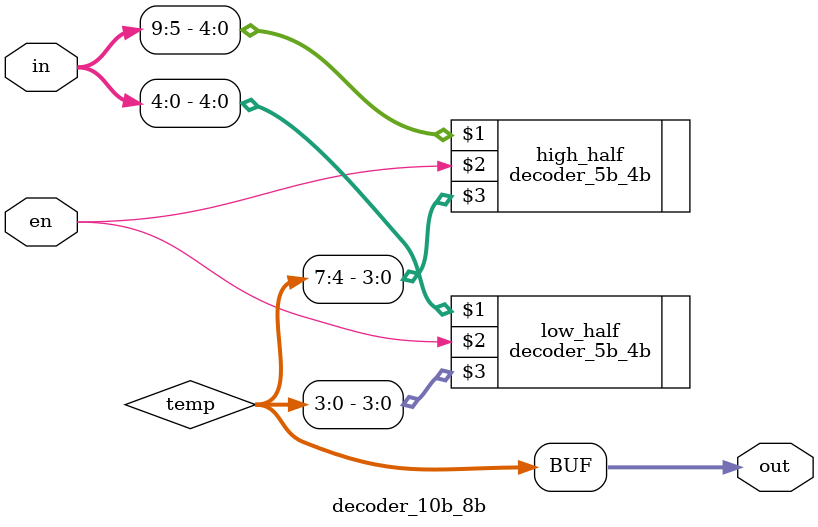
<source format=v>
`timescale 1ns/1ps
`default_nettype none
module decoder_10b_8b(in, en, out);
  input wire [9:0] in;
  output reg [7:0] out;
  input wire en;

  wire [7:0] temp;

  decoder_5b_4b high_half(in[9:5], en, temp[7:4]);
  decoder_5b_4b low_half(in[4:0], en, temp[3:0]);

  always @*
  begin
    out <= temp;
  end
endmodule

</source>
